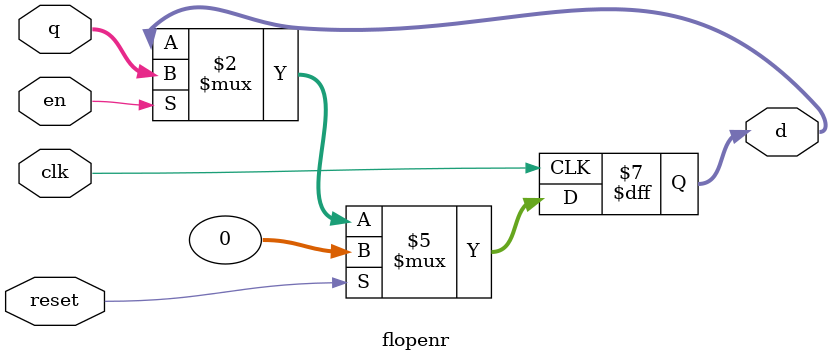
<source format=sv>
module oscillator(output logic clk);

	logic int_osc;
  
	// Internal high-speed oscillator (div 2'b01 makes it oscillate at 24Mhz)
	HSOSC #(.CLKHF_DIV(2'b01)) 
         hf_osc (.CLKHFPU(1'b1), .CLKHFEN(1'b1), .CLKHF(int_osc));
  
  /*// Internal low-speed oscillator 
	LSOSC lf_osc (.CLKLFPU(1'b1), .CLKLFEN(1'b1), .CLKLF(int_osc));*/
    assign clk = int_osc;
  
endmodule



module mux2 #(parameter WIDTH = 32)
            (input logic select,
            input logic [WIDTH-1:0] s1, s2,
            output logic [WIDTH-1:0] out);

    assign out = select ? s2 : s1;

endmodule


module flopenr #(parameter WIDTH = 32)
                (input logic clk, en, reset,
                input logic [WIDTH-1:0] q,
                output logic [WIDTH-1:0] d);

always_ff @(posedge clk) begin
  if (reset) d <= 0;
  else if (en) d <= q;
end
endmodule

</source>
